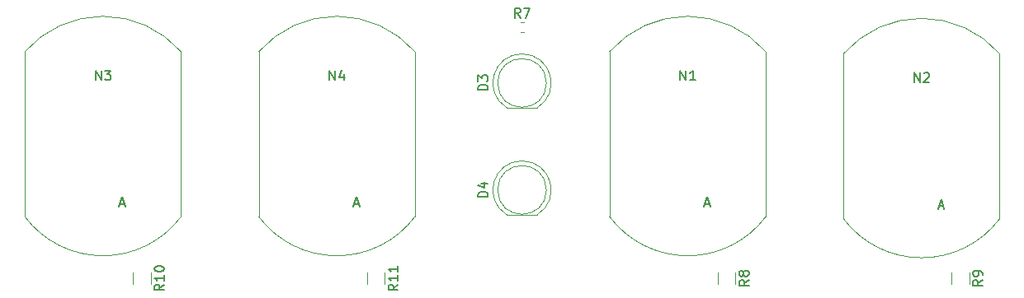
<source format=gbr>
G04 #@! TF.GenerationSoftware,KiCad,Pcbnew,5.1.4*
G04 #@! TF.CreationDate,2019-08-29T18:55:29+02:00*
G04 #@! TF.ProjectId,NixieClock,4e697869-6543-46c6-9f63-6b2e6b696361,rev?*
G04 #@! TF.SameCoordinates,Original*
G04 #@! TF.FileFunction,Legend,Top*
G04 #@! TF.FilePolarity,Positive*
%FSLAX46Y46*%
G04 Gerber Fmt 4.6, Leading zero omitted, Abs format (unit mm)*
G04 Created by KiCad (PCBNEW 5.1.4) date 2019-08-29 18:55:29*
%MOMM*%
%LPD*%
G04 APERTURE LIST*
%ADD10C,0.120000*%
%ADD11C,0.150000*%
G04 APERTURE END LIST*
D10*
X150910000Y-82882000D02*
G75*
G02X134910000Y-82882000I-8000000J6000000D01*
G01*
X134910001Y-65882001D02*
G75*
G02X150909999Y-65882001I7999999J-6999999D01*
G01*
X150910000Y-65882000D02*
X150910000Y-82882000D01*
X134910000Y-65882000D02*
X134910000Y-82882000D01*
X146000000Y-88397936D02*
X146000000Y-89602064D01*
X147820000Y-88397936D02*
X147820000Y-89602064D01*
X122000000Y-88397936D02*
X122000000Y-89602064D01*
X123820000Y-88397936D02*
X123820000Y-89602064D01*
X126910000Y-82672000D02*
G75*
G02X110910000Y-82672000I-8000000J6000000D01*
G01*
X110910001Y-65672001D02*
G75*
G02X126909999Y-65672001I7999999J-6999999D01*
G01*
X126910000Y-65672000D02*
X126910000Y-82672000D01*
X110910000Y-65672000D02*
X110910000Y-82672000D01*
X62000000Y-88397936D02*
X62000000Y-89602064D01*
X63820000Y-88397936D02*
X63820000Y-89602064D01*
X66910000Y-82672000D02*
G75*
G02X50910000Y-82672000I-8000000J6000000D01*
G01*
X50910001Y-65672001D02*
G75*
G02X66909999Y-65672001I7999999J-6999999D01*
G01*
X66910000Y-65672000D02*
X66910000Y-82672000D01*
X50910000Y-65672000D02*
X50910000Y-82672000D01*
X90910000Y-82672000D02*
G75*
G02X74910000Y-82672000I-8000000J6000000D01*
G01*
X74910001Y-65672001D02*
G75*
G02X90909999Y-65672001I7999999J-6999999D01*
G01*
X90910000Y-65672000D02*
X90910000Y-82672000D01*
X74910000Y-65672000D02*
X74910000Y-82672000D01*
X86000000Y-88397936D02*
X86000000Y-89602064D01*
X87820000Y-88397936D02*
X87820000Y-89602064D01*
X101738733Y-63682000D02*
X102081267Y-63682000D01*
X101738733Y-62662000D02*
X102081267Y-62662000D01*
X101909538Y-76912000D02*
G75*
G02X103454830Y-82462000I462J-2990000D01*
G01*
X101910462Y-76912000D02*
G75*
G03X100365170Y-82462000I-462J-2990000D01*
G01*
X104410000Y-79902000D02*
G75*
G03X104410000Y-79902000I-2500000J0D01*
G01*
X100365000Y-82462000D02*
X103455000Y-82462000D01*
X101909538Y-65912000D02*
G75*
G02X103454830Y-71462000I462J-2990000D01*
G01*
X101910462Y-65912000D02*
G75*
G03X100365170Y-71462000I-462J-2990000D01*
G01*
X104410000Y-68902000D02*
G75*
G03X104410000Y-68902000I-2500000J0D01*
G01*
X100365000Y-71462000D02*
X103455000Y-71462000D01*
D11*
X142148095Y-68834380D02*
X142148095Y-67834380D01*
X142719523Y-68834380D01*
X142719523Y-67834380D01*
X143148095Y-67929619D02*
X143195714Y-67882000D01*
X143290952Y-67834380D01*
X143529047Y-67834380D01*
X143624285Y-67882000D01*
X143671904Y-67929619D01*
X143719523Y-68024857D01*
X143719523Y-68120095D01*
X143671904Y-68262952D01*
X143100476Y-68834380D01*
X143719523Y-68834380D01*
X144671904Y-81548666D02*
X145148095Y-81548666D01*
X144576666Y-81834380D02*
X144910000Y-80834380D01*
X145243333Y-81834380D01*
X149182380Y-89166666D02*
X148706190Y-89500000D01*
X149182380Y-89738095D02*
X148182380Y-89738095D01*
X148182380Y-89357142D01*
X148230000Y-89261904D01*
X148277619Y-89214285D01*
X148372857Y-89166666D01*
X148515714Y-89166666D01*
X148610952Y-89214285D01*
X148658571Y-89261904D01*
X148706190Y-89357142D01*
X148706190Y-89738095D01*
X149182380Y-88690476D02*
X149182380Y-88500000D01*
X149134761Y-88404761D01*
X149087142Y-88357142D01*
X148944285Y-88261904D01*
X148753809Y-88214285D01*
X148372857Y-88214285D01*
X148277619Y-88261904D01*
X148230000Y-88309523D01*
X148182380Y-88404761D01*
X148182380Y-88595238D01*
X148230000Y-88690476D01*
X148277619Y-88738095D01*
X148372857Y-88785714D01*
X148610952Y-88785714D01*
X148706190Y-88738095D01*
X148753809Y-88690476D01*
X148801428Y-88595238D01*
X148801428Y-88404761D01*
X148753809Y-88309523D01*
X148706190Y-88261904D01*
X148610952Y-88214285D01*
X125182380Y-89166666D02*
X124706190Y-89500000D01*
X125182380Y-89738095D02*
X124182380Y-89738095D01*
X124182380Y-89357142D01*
X124230000Y-89261904D01*
X124277619Y-89214285D01*
X124372857Y-89166666D01*
X124515714Y-89166666D01*
X124610952Y-89214285D01*
X124658571Y-89261904D01*
X124706190Y-89357142D01*
X124706190Y-89738095D01*
X124610952Y-88595238D02*
X124563333Y-88690476D01*
X124515714Y-88738095D01*
X124420476Y-88785714D01*
X124372857Y-88785714D01*
X124277619Y-88738095D01*
X124230000Y-88690476D01*
X124182380Y-88595238D01*
X124182380Y-88404761D01*
X124230000Y-88309523D01*
X124277619Y-88261904D01*
X124372857Y-88214285D01*
X124420476Y-88214285D01*
X124515714Y-88261904D01*
X124563333Y-88309523D01*
X124610952Y-88404761D01*
X124610952Y-88595238D01*
X124658571Y-88690476D01*
X124706190Y-88738095D01*
X124801428Y-88785714D01*
X124991904Y-88785714D01*
X125087142Y-88738095D01*
X125134761Y-88690476D01*
X125182380Y-88595238D01*
X125182380Y-88404761D01*
X125134761Y-88309523D01*
X125087142Y-88261904D01*
X124991904Y-88214285D01*
X124801428Y-88214285D01*
X124706190Y-88261904D01*
X124658571Y-88309523D01*
X124610952Y-88404761D01*
X118148095Y-68624380D02*
X118148095Y-67624380D01*
X118719523Y-68624380D01*
X118719523Y-67624380D01*
X119719523Y-68624380D02*
X119148095Y-68624380D01*
X119433809Y-68624380D02*
X119433809Y-67624380D01*
X119338571Y-67767238D01*
X119243333Y-67862476D01*
X119148095Y-67910095D01*
X120671904Y-81338666D02*
X121148095Y-81338666D01*
X120576666Y-81624380D02*
X120910000Y-80624380D01*
X121243333Y-81624380D01*
X65182380Y-89642857D02*
X64706190Y-89976190D01*
X65182380Y-90214285D02*
X64182380Y-90214285D01*
X64182380Y-89833333D01*
X64230000Y-89738095D01*
X64277619Y-89690476D01*
X64372857Y-89642857D01*
X64515714Y-89642857D01*
X64610952Y-89690476D01*
X64658571Y-89738095D01*
X64706190Y-89833333D01*
X64706190Y-90214285D01*
X65182380Y-88690476D02*
X65182380Y-89261904D01*
X65182380Y-88976190D02*
X64182380Y-88976190D01*
X64325238Y-89071428D01*
X64420476Y-89166666D01*
X64468095Y-89261904D01*
X64182380Y-88071428D02*
X64182380Y-87976190D01*
X64230000Y-87880952D01*
X64277619Y-87833333D01*
X64372857Y-87785714D01*
X64563333Y-87738095D01*
X64801428Y-87738095D01*
X64991904Y-87785714D01*
X65087142Y-87833333D01*
X65134761Y-87880952D01*
X65182380Y-87976190D01*
X65182380Y-88071428D01*
X65134761Y-88166666D01*
X65087142Y-88214285D01*
X64991904Y-88261904D01*
X64801428Y-88309523D01*
X64563333Y-88309523D01*
X64372857Y-88261904D01*
X64277619Y-88214285D01*
X64230000Y-88166666D01*
X64182380Y-88071428D01*
X58148095Y-68624380D02*
X58148095Y-67624380D01*
X58719523Y-68624380D01*
X58719523Y-67624380D01*
X59100476Y-67624380D02*
X59719523Y-67624380D01*
X59386190Y-68005333D01*
X59529047Y-68005333D01*
X59624285Y-68052952D01*
X59671904Y-68100571D01*
X59719523Y-68195809D01*
X59719523Y-68433904D01*
X59671904Y-68529142D01*
X59624285Y-68576761D01*
X59529047Y-68624380D01*
X59243333Y-68624380D01*
X59148095Y-68576761D01*
X59100476Y-68529142D01*
X60671904Y-81338666D02*
X61148095Y-81338666D01*
X60576666Y-81624380D02*
X60910000Y-80624380D01*
X61243333Y-81624380D01*
X82148095Y-68624380D02*
X82148095Y-67624380D01*
X82719523Y-68624380D01*
X82719523Y-67624380D01*
X83624285Y-67957714D02*
X83624285Y-68624380D01*
X83386190Y-67576761D02*
X83148095Y-68291047D01*
X83767142Y-68291047D01*
X84671904Y-81338666D02*
X85148095Y-81338666D01*
X84576666Y-81624380D02*
X84910000Y-80624380D01*
X85243333Y-81624380D01*
X89182380Y-89642857D02*
X88706190Y-89976190D01*
X89182380Y-90214285D02*
X88182380Y-90214285D01*
X88182380Y-89833333D01*
X88230000Y-89738095D01*
X88277619Y-89690476D01*
X88372857Y-89642857D01*
X88515714Y-89642857D01*
X88610952Y-89690476D01*
X88658571Y-89738095D01*
X88706190Y-89833333D01*
X88706190Y-90214285D01*
X89182380Y-88690476D02*
X89182380Y-89261904D01*
X89182380Y-88976190D02*
X88182380Y-88976190D01*
X88325238Y-89071428D01*
X88420476Y-89166666D01*
X88468095Y-89261904D01*
X89182380Y-87738095D02*
X89182380Y-88309523D01*
X89182380Y-88023809D02*
X88182380Y-88023809D01*
X88325238Y-88119047D01*
X88420476Y-88214285D01*
X88468095Y-88309523D01*
X101743333Y-62194380D02*
X101410000Y-61718190D01*
X101171904Y-62194380D02*
X101171904Y-61194380D01*
X101552857Y-61194380D01*
X101648095Y-61242000D01*
X101695714Y-61289619D01*
X101743333Y-61384857D01*
X101743333Y-61527714D01*
X101695714Y-61622952D01*
X101648095Y-61670571D01*
X101552857Y-61718190D01*
X101171904Y-61718190D01*
X102076666Y-61194380D02*
X102743333Y-61194380D01*
X102314761Y-62194380D01*
X98402380Y-80640095D02*
X97402380Y-80640095D01*
X97402380Y-80402000D01*
X97450000Y-80259142D01*
X97545238Y-80163904D01*
X97640476Y-80116285D01*
X97830952Y-80068666D01*
X97973809Y-80068666D01*
X98164285Y-80116285D01*
X98259523Y-80163904D01*
X98354761Y-80259142D01*
X98402380Y-80402000D01*
X98402380Y-80640095D01*
X97735714Y-79211523D02*
X98402380Y-79211523D01*
X97354761Y-79449619D02*
X98069047Y-79687714D01*
X98069047Y-79068666D01*
X98402380Y-69640095D02*
X97402380Y-69640095D01*
X97402380Y-69402000D01*
X97450000Y-69259142D01*
X97545238Y-69163904D01*
X97640476Y-69116285D01*
X97830952Y-69068666D01*
X97973809Y-69068666D01*
X98164285Y-69116285D01*
X98259523Y-69163904D01*
X98354761Y-69259142D01*
X98402380Y-69402000D01*
X98402380Y-69640095D01*
X97402380Y-68735333D02*
X97402380Y-68116285D01*
X97783333Y-68449619D01*
X97783333Y-68306761D01*
X97830952Y-68211523D01*
X97878571Y-68163904D01*
X97973809Y-68116285D01*
X98211904Y-68116285D01*
X98307142Y-68163904D01*
X98354761Y-68211523D01*
X98402380Y-68306761D01*
X98402380Y-68592476D01*
X98354761Y-68687714D01*
X98307142Y-68735333D01*
M02*

</source>
